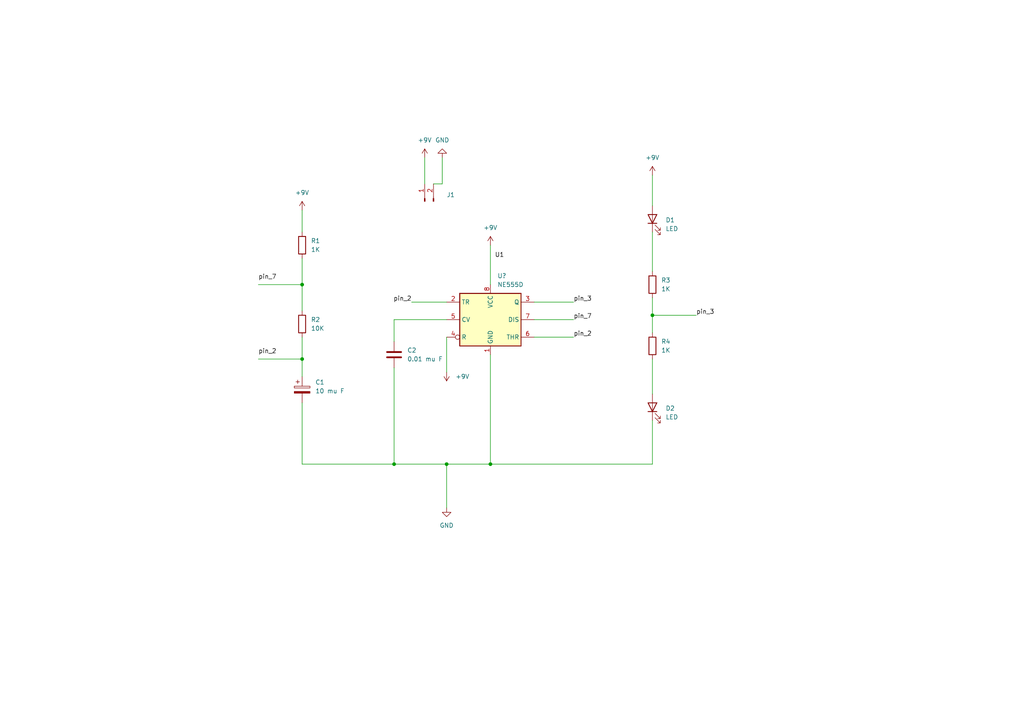
<source format=kicad_sch>
(kicad_sch (version 20211123) (generator eeschema)
  (paper "A4")
  (lib_symbols
    (symbol "Connector:Conn_01x02_Male" (pin_names (offset 1.016) hide)
      (property "Reference" "J" (at 0 2.54 0))
      (property "Value" "Conn_01x02_Male" (at 0 -5.08 0))
      (symbol "Conn_01x02_Male_1_1"
        (polyline (pts (xy 1.27 -2.54) (xy 0.8636 -2.54)) (stroke (width 0.1524)))
        (polyline (pts (xy 1.27 0) (xy 0.8636 0)) (stroke (width 0.1524)))
        (rectangle (start 0.8636 -2.413) (end 0 -2.667) (stroke (width 0.1524)) (fill (type outline)))
        (rectangle (start 0.8636 0.127) (end 0 -0.127) (stroke (width 0.1524)) (fill (type outline)))
        (pin passive line (at 5.08 0 180) (length 3.81) (name "Pin_1") (number "1"))
        (pin passive line (at 5.08 -2.54 180) (length 3.81) (name "Pin_2") (number "2"))
      )
    )
    (symbol "Device:C" (pin_numbers hide) (pin_names (offset 0.254))
      (property "Reference" "C" (at 0.635 2.54 0))
      (property "Value" "C" (at 0.635 -2.54 0))
      (symbol "C_0_1"
        (polyline (pts (xy -2.032 -0.762) (xy 2.032 -0.762)) (stroke (width 0.508)))
        (polyline (pts (xy -2.032 0.762) (xy 2.032 0.762)) (stroke (width 0.508)))
      )
      (symbol "C_1_1"
        (pin passive line (at 0 3.81 270) (length 2.794) (name "~") (number "1"))
        (pin passive line (at 0 -3.81 90) (length 2.794) (name "~") (number "2"))
      )
    )
    (symbol "Device:C_Polarized" (pin_numbers hide) (pin_names (offset 0.254))
      (property "Reference" "C" (at 0.635 2.54 0))
      (property "Value" "C_Polarized" (at 0.635 -2.54 0))
      (symbol "C_Polarized_0_1"
        (rectangle (start -2.286 0.508) (end 2.286 1.016))
        (polyline (pts (xy -1.778 2.286) (xy -0.762 2.286)))
        (polyline (pts (xy -1.27 2.794) (xy -1.27 1.778)))
        (rectangle (start 2.286 -0.508) (end -2.286 -1.016) (fill (type outline)))
      )
      (symbol "C_Polarized_1_1"
        (pin passive line (at 0 3.81 270) (length 2.794) (name "~") (number "1"))
        (pin passive line (at 0 -3.81 90) (length 2.794) (name "~") (number "2"))
      )
    )
    (symbol "Device:LED" (pin_numbers hide) (pin_names (offset 1.016) hide)
      (property "Reference" "D" (at 0 2.54 0))
      (property "Value" "LED" (at 0 -2.54 0))
      (symbol "LED_0_1"
        (polyline (pts (xy -1.27 -1.27) (xy -1.27 1.27)) (stroke (width 0.254)))
        (polyline (pts (xy -1.27 0) (xy 1.27 0)))
        (polyline (pts (xy 1.27 -1.27) (xy 1.27 1.27) (xy -1.27 0) (xy 1.27 -1.27)) (stroke (width 0.254)))
        (polyline (pts (xy -3.048 -0.762) (xy -4.572 -2.286) (xy -3.81 -2.286) (xy -4.572 -2.286) (xy -4.572 -1.524)))
        (polyline (pts (xy -1.778 -0.762) (xy -3.302 -2.286) (xy -2.54 -2.286) (xy -3.302 -2.286) (xy -3.302 -1.524)))
      )
      (symbol "LED_1_1"
        (pin passive line (at -3.81 0 0) (length 2.54) (name "K") (number "1"))
        (pin passive line (at 3.81 0 180) (length 2.54) (name "A") (number "2"))
      )
    )
    (symbol "Device:R" (pin_numbers hide) (pin_names (offset 0))
      (property "Reference" "R" (at 2.032 0 90))
      (property "Value" "R" (at 0 0 90))
      (symbol "R_0_1"
        (rectangle (start -1.016 -2.54) (end 1.016 2.54) (stroke (width 0.254)))
      )
      (symbol "R_1_1"
        (pin passive line (at 0 3.81 270) (length 1.27) (name "~") (number "1"))
        (pin passive line (at 0 -3.81 90) (length 1.27) (name "~") (number "2"))
      )
    )
    (symbol "Timer:NE555D"
      (property "Reference" "U" (at -10.16 8.89 0))
      (property "Value" "NE555D" (at 2.54 8.89 0))
      (symbol "NE555D_0_0"
        (pin power_in line (at 0 -10.16 90) (length 2.54) (name "GND") (number "1"))
        (pin power_in line (at 0 10.16 270) (length 2.54) (name "VCC") (number "8"))
      )
      (symbol "NE555D_0_1"
        (rectangle (start -8.89 -7.62) (end 8.89 7.62) (stroke (width 0.254)) (fill (type background)))
        (rectangle (start -8.89 -7.62) (end 8.89 7.62) (stroke (width 0.254)) (fill (type background)))
      )
      (symbol "NE555D_1_1"
        (pin input line (at -12.7 5.08 0) (length 3.81) (name "TR") (number "2"))
        (pin output line (at 12.7 5.08 180) (length 3.81) (name "Q") (number "3"))
        (pin input inverted (at -12.7 -5.08 0) (length 3.81) (name "R") (number "4"))
        (pin input line (at -12.7 0 0) (length 3.81) (name "CV") (number "5"))
        (pin input line (at 12.7 -5.08 180) (length 3.81) (name "THR") (number "6"))
        (pin input line (at 12.7 0 180) (length 3.81) (name "DIS") (number "7"))
      )
    )
    (symbol "power:+9V" (power) (pin_names (offset 0))
      (property "Value" "+9V" (at 0 3.556 0))
      (symbol "+9V_0_1"
        (polyline (pts (xy -0.762 1.27) (xy 0 2.54)))
        (polyline (pts (xy 0 0) (xy 0 2.54)))
        (polyline (pts (xy 0 2.54) (xy 0.762 1.27)))
      )
      (symbol "+9V_1_1"
        (pin power_in line (at 0 0 90) (length 0) hide (name "+9V") (number "1"))
      )
    )
    (symbol "power:GND" (power) (pin_names (offset 0))
      (property "Value" "GND" (at 0 -3.81 0))
      (symbol "GND_0_1"
        (polyline (pts (xy 0 0) (xy 0 -1.27) (xy 1.27 -1.27) (xy 0 -2.54) (xy -1.27 -1.27) (xy 0 -1.27)))
      )
      (symbol "GND_1_1"
        (pin power_in line (at 0 0 270) (length 0) hide (name "GND") (number "1"))
      )
    )
  )
  (junction (at 142.24 134.62))
  (junction (at 87.63 82.55))
  (junction (at 114.3 134.62))
  (junction (at 129.54 134.62))
  (junction (at 87.63 104.14))
  (junction (at 189.23 91.44))
  (wire (pts (xy 128.27 53.34) (xy 125.73 53.34)))
  (wire (pts (xy 189.23 91.44) (xy 189.23 96.52)))
  (wire (pts (xy 189.23 91.44) (xy 201.93 91.44)))
  (wire (pts (xy 74.93 104.14) (xy 87.63 104.14)))
  (wire (pts (xy 189.23 50.8) (xy 189.23 59.69)))
  (wire (pts (xy 87.63 134.62) (xy 114.3 134.62)))
  (wire (pts (xy 87.63 60.96) (xy 87.63 67.31)))
  (wire (pts (xy 189.23 104.14) (xy 189.23 114.3)))
  (wire (pts (xy 114.3 106.68) (xy 114.3 134.62)))
  (wire (pts (xy 87.63 104.14) (xy 87.63 109.22)))
  (wire (pts (xy 142.24 71.12) (xy 142.24 82.55)))
  (wire (pts (xy 189.23 67.31) (xy 189.23 78.74)))
  (wire (pts (xy 114.3 134.62) (xy 129.54 134.62)))
  (wire (pts (xy 129.54 92.71) (xy 114.3 92.71)))
  (wire (pts (xy 119.38 87.63) (xy 129.54 87.63)))
  (wire (pts (xy 142.24 134.62) (xy 189.23 134.62)))
  (wire (pts (xy 142.24 102.87) (xy 142.24 134.62)))
  (wire (pts (xy 123.19 45.72) (xy 123.19 53.34)))
  (wire (pts (xy 128.27 45.72) (xy 128.27 53.34)))
  (wire (pts (xy 87.63 82.55) (xy 87.63 90.17)))
  (wire (pts (xy 129.54 97.79) (xy 129.54 107.95)))
  (wire (pts (xy 129.54 134.62) (xy 129.54 147.32)))
  (wire (pts (xy 154.94 97.79) (xy 166.37 97.79)))
  (wire (pts (xy 189.23 134.62) (xy 189.23 121.92)))
  (wire (pts (xy 114.3 92.71) (xy 114.3 99.06)))
  (wire (pts (xy 129.54 134.62) (xy 142.24 134.62)))
  (wire (pts (xy 154.94 92.71) (xy 166.37 92.71)))
  (wire (pts (xy 87.63 74.93) (xy 87.63 82.55)))
  (wire (pts (xy 87.63 116.84) (xy 87.63 134.62)))
  (wire (pts (xy 74.93 82.55) (xy 87.63 82.55)))
  (wire (pts (xy 154.94 87.63) (xy 166.37 87.63)))
  (wire (pts (xy 189.23 86.36) (xy 189.23 91.44)))
  (wire (pts (xy 87.63 97.79) (xy 87.63 104.14)))
  (label "pin_2" (at 119.38 87.63 180))
  (label "pin_2" (at 74.93 102.87 0))
  (label "pin_7" (at 74.93 81.28 0))
  (label "pin_3" (at 201.93 91.44 0))
  (label "pin_2" (at 166.37 97.79 0))
  (label "U1" (at 143.51 74.93 0))
  (label "pin_7" (at 166.37 92.71 0))
  (label "pin_3" (at 166.37 87.63 0))
  (symbol (lib_id "power:GND") (at 128.27 45.72 0) (mirror x) (unit 1)
    (property "Reference" "#PWR?" (effects hide))
    (property "Value" "GND" (at 128.27 40.64 0))
  )
  (symbol (lib_id "Device:R") (at 189.23 100.33 0) (unit 1)
    (property "Reference" "R4" (at 191.77 99.0599 0) (effects (justify left)))
    (property "Value" "1K" (at 191.77 101.5999 0) (effects (justify left)))
  )
  (symbol (lib_id "Connector:Conn_01x02_Male") (at 123.19 58.42 90) (unit 1)
    (property "Reference" "J1" (at 129.54 56.5149 90) (effects (justify right)))
    (property "Value" " " (at 129.54 59.0549 90) (effects (justify right)))
  )
  (symbol (lib_id "Device:R") (at 189.23 82.55 0) (unit 1)
    (property "Reference" "R3" (at 191.77 81.2799 0) (effects (justify left)))
    (property "Value" "1K" (at 191.77 83.8199 0) (effects (justify left)))
  )
  (symbol (lib_id "power:+9V") (at 87.63 60.96 0) (unit 1)
    (property "Reference" "#PWR?" (effects hide))
    (property "Value" "+9V" (at 87.63 55.88 0))
  )
  (symbol (lib_id "Device:LED") (at 189.23 63.5 90) (unit 1)
    (property "Reference" "D1" (at 193.04 63.8174 90) (effects (justify right)))
    (property "Value" "LED" (at 193.04 66.3574 90) (effects (justify right)))
  )
  (symbol (lib_id "power:+9V") (at 123.19 45.72 0) (unit 1)
    (property "Reference" "#PWR?" (effects hide))
    (property "Value" "+9V" (at 123.19 40.64 0))
  )
  (symbol (lib_id "Device:C") (at 114.3 102.87 0) (unit 1)
    (property "Reference" "C2" (at 118.11 101.5999 0) (effects (justify left)))
    (property "Value" "0.01 mu F" (at 118.11 104.1399 0) (effects (justify left)))
  )
  (symbol (lib_id "power:+9V") (at 189.23 50.8 0) (unit 1)
    (property "Reference" "#PWR?" (effects hide))
    (property "Value" "+9V" (at 189.23 45.72 0))
  )
  (symbol (lib_id "Device:LED") (at 189.23 118.11 90) (unit 1)
    (property "Reference" "D2" (at 193.04 118.4274 90) (effects (justify right)))
    (property "Value" "LED" (at 193.04 120.9674 90) (effects (justify right)))
  )
  (symbol (lib_id "Device:C_Polarized") (at 87.63 113.03 0) (unit 1)
    (property "Reference" "C1" (at 91.44 110.8709 0) (effects (justify left)))
    (property "Value" "10 mu F" (at 91.44 113.4109 0) (effects (justify left)))
  )
  (symbol (lib_id "power:GND") (at 129.54 147.32 0) (unit 1)
    (property "Reference" "#PWR?" (effects hide))
    (property "Value" "GND" (at 129.54 152.4 0))
  )
  (symbol (lib_id "Device:R") (at 87.63 71.12 0) (unit 1)
    (property "Reference" "R1" (at 90.17 69.8499 0) (effects (justify left)))
    (property "Value" "1K" (at 90.17 72.3899 0) (effects (justify left)))
  )
  (symbol (lib_id "power:+9V") (at 142.24 71.12 0) (unit 1)
    (property "Reference" "#PWR?" (effects hide))
    (property "Value" "+9V" (at 142.24 66.04 0))
  )
  (symbol (lib_id "Timer:NE555D") (at 142.24 92.71 0) (unit 1)
    (property "Reference" "U?" (at 144.2594 80.01 0) (effects (justify left)))
    (property "Value" "NE555D" (at 144.2594 82.55 0) (effects (justify left)))
    (property "Footprint" "Package_SO:SOIC-8_3.9x4.9mm_P1.27mm" (effects hide))
    (property "Datasheet" "http://www.ti.com/lit/ds/symlink/ne555.pdf" (effects hide))
  )
  (symbol (lib_id "Device:R") (at 87.63 93.98 0) (unit 1)
    (property "Reference" "R2" (at 90.17 92.7099 0) (effects (justify left)))
    (property "Value" "10K" (at 90.17 95.2499 0) (effects (justify left)))
  )
  (symbol (lib_id "power:+9V") (at 129.54 107.95 180) (unit 1)
    (property "Reference" "#PWR?" (effects hide))
    (property "Value" "+9V" (at 132.08 109.2199 0) (effects (justify right)))
  )
)
</source>
